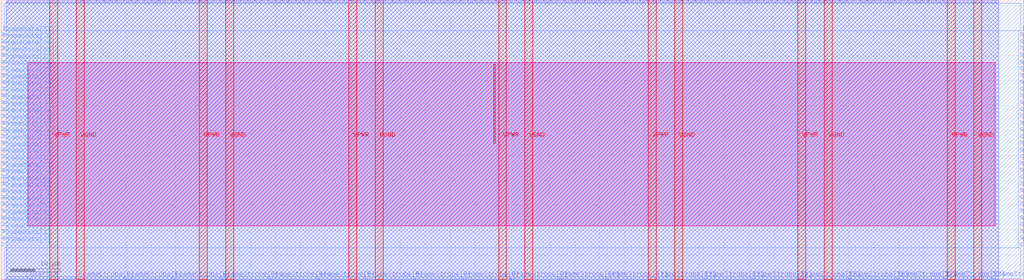
<source format=lef>
VERSION 5.7 ;
  NOWIREEXTENSIONATPIN ON ;
  DIVIDERCHAR "/" ;
  BUSBITCHARS "[]" ;
MACRO S_term_single
  CLASS BLOCK ;
  FOREIGN S_term_single ;
  ORIGIN 0.000 0.000 ;
  SIZE 205.000 BY 56.250 ;
  PIN Co
    DIRECTION OUTPUT ;
    USE SIGNAL ;
    PORT
      LAYER met2 ;
        RECT 87.950 55.970 88.230 56.250 ;
    END
  END Co
  PIN FrameData[0]
    DIRECTION INPUT ;
    USE SIGNAL ;
    ANTENNAGATEAREA 0.631200 ;
    ANTENNADIFFAREA 0.434700 ;
    PORT
      LAYER met3 ;
        RECT 0.000 6.840 0.600 7.440 ;
    END
  END FrameData[0]
  PIN FrameData[10]
    DIRECTION INPUT ;
    USE SIGNAL ;
    ANTENNAGATEAREA 0.631200 ;
    ANTENNADIFFAREA 0.434700 ;
    PORT
      LAYER met3 ;
        RECT 0.000 20.440 0.600 21.040 ;
    END
  END FrameData[10]
  PIN FrameData[11]
    DIRECTION INPUT ;
    USE SIGNAL ;
    ANTENNAGATEAREA 0.631200 ;
    ANTENNADIFFAREA 0.434700 ;
    PORT
      LAYER met3 ;
        RECT 0.000 21.800 0.600 22.400 ;
    END
  END FrameData[11]
  PIN FrameData[12]
    DIRECTION INPUT ;
    USE SIGNAL ;
    ANTENNAGATEAREA 0.196500 ;
    PORT
      LAYER met3 ;
        RECT 0.000 23.160 0.600 23.760 ;
    END
  END FrameData[12]
  PIN FrameData[13]
    DIRECTION INPUT ;
    USE SIGNAL ;
    ANTENNAGATEAREA 0.213000 ;
    PORT
      LAYER met3 ;
        RECT 0.000 24.520 0.600 25.120 ;
    END
  END FrameData[13]
  PIN FrameData[14]
    DIRECTION INPUT ;
    USE SIGNAL ;
    ANTENNAGATEAREA 0.213000 ;
    PORT
      LAYER met3 ;
        RECT 0.000 25.880 0.600 26.480 ;
    END
  END FrameData[14]
  PIN FrameData[15]
    DIRECTION INPUT ;
    USE SIGNAL ;
    ANTENNAGATEAREA 0.631200 ;
    ANTENNADIFFAREA 0.434700 ;
    PORT
      LAYER met3 ;
        RECT 0.000 27.240 0.600 27.840 ;
    END
  END FrameData[15]
  PIN FrameData[16]
    DIRECTION INPUT ;
    USE SIGNAL ;
    ANTENNAGATEAREA 0.196500 ;
    PORT
      LAYER met3 ;
        RECT 0.000 28.600 0.600 29.200 ;
    END
  END FrameData[16]
  PIN FrameData[17]
    DIRECTION INPUT ;
    USE SIGNAL ;
    ANTENNAGATEAREA 0.647700 ;
    ANTENNADIFFAREA 0.434700 ;
    PORT
      LAYER met3 ;
        RECT 0.000 29.960 0.600 30.560 ;
    END
  END FrameData[17]
  PIN FrameData[18]
    DIRECTION INPUT ;
    USE SIGNAL ;
    ANTENNAGATEAREA 0.631200 ;
    ANTENNADIFFAREA 0.434700 ;
    PORT
      LAYER met3 ;
        RECT 0.000 31.320 0.600 31.920 ;
    END
  END FrameData[18]
  PIN FrameData[19]
    DIRECTION INPUT ;
    USE SIGNAL ;
    ANTENNAGATEAREA 0.631200 ;
    ANTENNADIFFAREA 0.434700 ;
    PORT
      LAYER met3 ;
        RECT 0.000 32.680 0.600 33.280 ;
    END
  END FrameData[19]
  PIN FrameData[1]
    DIRECTION INPUT ;
    USE SIGNAL ;
    ANTENNAGATEAREA 0.631200 ;
    ANTENNADIFFAREA 0.434700 ;
    PORT
      LAYER met3 ;
        RECT 0.000 8.200 0.600 8.800 ;
    END
  END FrameData[1]
  PIN FrameData[20]
    DIRECTION INPUT ;
    USE SIGNAL ;
    ANTENNAGATEAREA 0.631200 ;
    ANTENNADIFFAREA 0.434700 ;
    PORT
      LAYER met3 ;
        RECT 0.000 34.040 0.600 34.640 ;
    END
  END FrameData[20]
  PIN FrameData[21]
    DIRECTION INPUT ;
    USE SIGNAL ;
    ANTENNAGATEAREA 0.196500 ;
    PORT
      LAYER met3 ;
        RECT 0.000 35.400 0.600 36.000 ;
    END
  END FrameData[21]
  PIN FrameData[22]
    DIRECTION INPUT ;
    USE SIGNAL ;
    ANTENNAGATEAREA 0.631200 ;
    ANTENNADIFFAREA 0.434700 ;
    PORT
      LAYER met3 ;
        RECT 0.000 36.760 0.600 37.360 ;
    END
  END FrameData[22]
  PIN FrameData[23]
    DIRECTION INPUT ;
    USE SIGNAL ;
    ANTENNAGATEAREA 0.196500 ;
    PORT
      LAYER met3 ;
        RECT 0.000 38.120 0.600 38.720 ;
    END
  END FrameData[23]
  PIN FrameData[24]
    DIRECTION INPUT ;
    USE SIGNAL ;
    ANTENNAGATEAREA 0.196500 ;
    PORT
      LAYER met3 ;
        RECT 0.000 39.480 0.600 40.080 ;
    END
  END FrameData[24]
  PIN FrameData[25]
    DIRECTION INPUT ;
    USE SIGNAL ;
    ANTENNAGATEAREA 0.196500 ;
    PORT
      LAYER met3 ;
        RECT 0.000 40.840 0.600 41.440 ;
    END
  END FrameData[25]
  PIN FrameData[26]
    DIRECTION INPUT ;
    USE SIGNAL ;
    ANTENNAGATEAREA 0.631200 ;
    ANTENNADIFFAREA 0.434700 ;
    PORT
      LAYER met3 ;
        RECT 0.000 42.200 0.600 42.800 ;
    END
  END FrameData[26]
  PIN FrameData[27]
    DIRECTION INPUT ;
    USE SIGNAL ;
    ANTENNAGATEAREA 0.631200 ;
    ANTENNADIFFAREA 0.434700 ;
    PORT
      LAYER met3 ;
        RECT 0.000 43.560 0.600 44.160 ;
    END
  END FrameData[27]
  PIN FrameData[28]
    DIRECTION INPUT ;
    USE SIGNAL ;
    ANTENNAGATEAREA 0.631200 ;
    ANTENNADIFFAREA 0.434700 ;
    PORT
      LAYER met3 ;
        RECT 0.000 44.920 0.600 45.520 ;
    END
  END FrameData[28]
  PIN FrameData[29]
    DIRECTION INPUT ;
    USE SIGNAL ;
    ANTENNAGATEAREA 0.631200 ;
    ANTENNADIFFAREA 0.434700 ;
    PORT
      LAYER met3 ;
        RECT 0.000 46.280 0.600 46.880 ;
    END
  END FrameData[29]
  PIN FrameData[2]
    DIRECTION INPUT ;
    USE SIGNAL ;
    ANTENNAGATEAREA 0.631200 ;
    ANTENNADIFFAREA 0.434700 ;
    PORT
      LAYER met3 ;
        RECT 0.000 9.560 0.600 10.160 ;
    END
  END FrameData[2]
  PIN FrameData[30]
    DIRECTION INPUT ;
    USE SIGNAL ;
    ANTENNAGATEAREA 0.631200 ;
    ANTENNADIFFAREA 0.434700 ;
    PORT
      LAYER met3 ;
        RECT 0.000 47.640 0.600 48.240 ;
    END
  END FrameData[30]
  PIN FrameData[31]
    DIRECTION INPUT ;
    USE SIGNAL ;
    ANTENNAGATEAREA 0.631200 ;
    ANTENNADIFFAREA 0.434700 ;
    PORT
      LAYER met3 ;
        RECT 0.000 49.000 0.600 49.600 ;
    END
  END FrameData[31]
  PIN FrameData[3]
    DIRECTION INPUT ;
    USE SIGNAL ;
    ANTENNAGATEAREA 0.213000 ;
    PORT
      LAYER met3 ;
        RECT 0.000 10.920 0.600 11.520 ;
    END
  END FrameData[3]
  PIN FrameData[4]
    DIRECTION INPUT ;
    USE SIGNAL ;
    ANTENNAGATEAREA 0.631200 ;
    ANTENNADIFFAREA 0.434700 ;
    PORT
      LAYER met3 ;
        RECT 0.000 12.280 0.600 12.880 ;
    END
  END FrameData[4]
  PIN FrameData[5]
    DIRECTION INPUT ;
    USE SIGNAL ;
    ANTENNAGATEAREA 0.631200 ;
    ANTENNADIFFAREA 0.434700 ;
    PORT
      LAYER met3 ;
        RECT 0.000 13.640 0.600 14.240 ;
    END
  END FrameData[5]
  PIN FrameData[6]
    DIRECTION INPUT ;
    USE SIGNAL ;
    ANTENNAGATEAREA 0.631200 ;
    ANTENNADIFFAREA 0.434700 ;
    PORT
      LAYER met3 ;
        RECT 0.000 15.000 0.600 15.600 ;
    END
  END FrameData[6]
  PIN FrameData[7]
    DIRECTION INPUT ;
    USE SIGNAL ;
    ANTENNAGATEAREA 0.631200 ;
    ANTENNADIFFAREA 0.434700 ;
    PORT
      LAYER met3 ;
        RECT 0.000 16.360 0.600 16.960 ;
    END
  END FrameData[7]
  PIN FrameData[8]
    DIRECTION INPUT ;
    USE SIGNAL ;
    ANTENNAGATEAREA 0.213000 ;
    PORT
      LAYER met3 ;
        RECT 0.000 17.720 0.600 18.320 ;
    END
  END FrameData[8]
  PIN FrameData[9]
    DIRECTION INPUT ;
    USE SIGNAL ;
    ANTENNAGATEAREA 0.631200 ;
    ANTENNADIFFAREA 0.434700 ;
    PORT
      LAYER met3 ;
        RECT 0.000 19.080 0.600 19.680 ;
    END
  END FrameData[9]
  PIN FrameData_O[0]
    DIRECTION OUTPUT ;
    USE SIGNAL ;
    ANTENNADIFFAREA 0.445500 ;
    PORT
      LAYER met3 ;
        RECT 204.400 6.840 205.000 7.440 ;
    END
  END FrameData_O[0]
  PIN FrameData_O[10]
    DIRECTION OUTPUT ;
    USE SIGNAL ;
    ANTENNADIFFAREA 0.445500 ;
    PORT
      LAYER met3 ;
        RECT 204.400 20.440 205.000 21.040 ;
    END
  END FrameData_O[10]
  PIN FrameData_O[11]
    DIRECTION OUTPUT ;
    USE SIGNAL ;
    ANTENNADIFFAREA 0.445500 ;
    PORT
      LAYER met3 ;
        RECT 204.400 21.800 205.000 22.400 ;
    END
  END FrameData_O[11]
  PIN FrameData_O[12]
    DIRECTION OUTPUT ;
    USE SIGNAL ;
    ANTENNADIFFAREA 0.445500 ;
    PORT
      LAYER met3 ;
        RECT 204.400 23.160 205.000 23.760 ;
    END
  END FrameData_O[12]
  PIN FrameData_O[13]
    DIRECTION OUTPUT ;
    USE SIGNAL ;
    ANTENNADIFFAREA 0.445500 ;
    PORT
      LAYER met3 ;
        RECT 204.400 24.520 205.000 25.120 ;
    END
  END FrameData_O[13]
  PIN FrameData_O[14]
    DIRECTION OUTPUT ;
    USE SIGNAL ;
    ANTENNADIFFAREA 0.445500 ;
    PORT
      LAYER met3 ;
        RECT 204.400 25.880 205.000 26.480 ;
    END
  END FrameData_O[14]
  PIN FrameData_O[15]
    DIRECTION OUTPUT ;
    USE SIGNAL ;
    ANTENNADIFFAREA 0.445500 ;
    PORT
      LAYER met3 ;
        RECT 204.400 27.240 205.000 27.840 ;
    END
  END FrameData_O[15]
  PIN FrameData_O[16]
    DIRECTION OUTPUT ;
    USE SIGNAL ;
    ANTENNADIFFAREA 0.445500 ;
    PORT
      LAYER met3 ;
        RECT 204.400 28.600 205.000 29.200 ;
    END
  END FrameData_O[16]
  PIN FrameData_O[17]
    DIRECTION OUTPUT ;
    USE SIGNAL ;
    ANTENNADIFFAREA 0.445500 ;
    PORT
      LAYER met3 ;
        RECT 204.400 29.960 205.000 30.560 ;
    END
  END FrameData_O[17]
  PIN FrameData_O[18]
    DIRECTION OUTPUT ;
    USE SIGNAL ;
    ANTENNADIFFAREA 0.445500 ;
    PORT
      LAYER met3 ;
        RECT 204.400 31.320 205.000 31.920 ;
    END
  END FrameData_O[18]
  PIN FrameData_O[19]
    DIRECTION OUTPUT ;
    USE SIGNAL ;
    ANTENNADIFFAREA 0.445500 ;
    PORT
      LAYER met3 ;
        RECT 204.400 32.680 205.000 33.280 ;
    END
  END FrameData_O[19]
  PIN FrameData_O[1]
    DIRECTION OUTPUT ;
    USE SIGNAL ;
    ANTENNADIFFAREA 0.445500 ;
    PORT
      LAYER met3 ;
        RECT 204.400 8.200 205.000 8.800 ;
    END
  END FrameData_O[1]
  PIN FrameData_O[20]
    DIRECTION OUTPUT ;
    USE SIGNAL ;
    ANTENNADIFFAREA 0.445500 ;
    PORT
      LAYER met3 ;
        RECT 204.400 34.040 205.000 34.640 ;
    END
  END FrameData_O[20]
  PIN FrameData_O[21]
    DIRECTION OUTPUT ;
    USE SIGNAL ;
    ANTENNADIFFAREA 0.445500 ;
    PORT
      LAYER met3 ;
        RECT 204.400 35.400 205.000 36.000 ;
    END
  END FrameData_O[21]
  PIN FrameData_O[22]
    DIRECTION OUTPUT ;
    USE SIGNAL ;
    ANTENNADIFFAREA 0.445500 ;
    PORT
      LAYER met3 ;
        RECT 204.400 36.760 205.000 37.360 ;
    END
  END FrameData_O[22]
  PIN FrameData_O[23]
    DIRECTION OUTPUT ;
    USE SIGNAL ;
    ANTENNADIFFAREA 0.445500 ;
    PORT
      LAYER met3 ;
        RECT 204.400 38.120 205.000 38.720 ;
    END
  END FrameData_O[23]
  PIN FrameData_O[24]
    DIRECTION OUTPUT ;
    USE SIGNAL ;
    ANTENNADIFFAREA 0.445500 ;
    PORT
      LAYER met3 ;
        RECT 204.400 39.480 205.000 40.080 ;
    END
  END FrameData_O[24]
  PIN FrameData_O[25]
    DIRECTION OUTPUT ;
    USE SIGNAL ;
    ANTENNADIFFAREA 0.445500 ;
    PORT
      LAYER met3 ;
        RECT 204.400 40.840 205.000 41.440 ;
    END
  END FrameData_O[25]
  PIN FrameData_O[26]
    DIRECTION OUTPUT ;
    USE SIGNAL ;
    ANTENNADIFFAREA 0.445500 ;
    PORT
      LAYER met3 ;
        RECT 204.400 42.200 205.000 42.800 ;
    END
  END FrameData_O[26]
  PIN FrameData_O[27]
    DIRECTION OUTPUT ;
    USE SIGNAL ;
    ANTENNADIFFAREA 0.445500 ;
    PORT
      LAYER met3 ;
        RECT 204.400 43.560 205.000 44.160 ;
    END
  END FrameData_O[27]
  PIN FrameData_O[28]
    DIRECTION OUTPUT ;
    USE SIGNAL ;
    ANTENNADIFFAREA 0.445500 ;
    PORT
      LAYER met3 ;
        RECT 204.400 44.920 205.000 45.520 ;
    END
  END FrameData_O[28]
  PIN FrameData_O[29]
    DIRECTION OUTPUT ;
    USE SIGNAL ;
    ANTENNADIFFAREA 0.445500 ;
    PORT
      LAYER met3 ;
        RECT 204.400 46.280 205.000 46.880 ;
    END
  END FrameData_O[29]
  PIN FrameData_O[2]
    DIRECTION OUTPUT ;
    USE SIGNAL ;
    ANTENNADIFFAREA 0.445500 ;
    PORT
      LAYER met3 ;
        RECT 204.400 9.560 205.000 10.160 ;
    END
  END FrameData_O[2]
  PIN FrameData_O[30]
    DIRECTION OUTPUT ;
    USE SIGNAL ;
    ANTENNADIFFAREA 0.445500 ;
    PORT
      LAYER met3 ;
        RECT 204.400 47.640 205.000 48.240 ;
    END
  END FrameData_O[30]
  PIN FrameData_O[31]
    DIRECTION OUTPUT ;
    USE SIGNAL ;
    ANTENNADIFFAREA 0.445500 ;
    PORT
      LAYER met3 ;
        RECT 204.400 49.000 205.000 49.600 ;
    END
  END FrameData_O[31]
  PIN FrameData_O[3]
    DIRECTION OUTPUT ;
    USE SIGNAL ;
    ANTENNADIFFAREA 0.445500 ;
    PORT
      LAYER met3 ;
        RECT 204.400 10.920 205.000 11.520 ;
    END
  END FrameData_O[3]
  PIN FrameData_O[4]
    DIRECTION OUTPUT ;
    USE SIGNAL ;
    ANTENNADIFFAREA 0.445500 ;
    PORT
      LAYER met3 ;
        RECT 204.400 12.280 205.000 12.880 ;
    END
  END FrameData_O[4]
  PIN FrameData_O[5]
    DIRECTION OUTPUT ;
    USE SIGNAL ;
    ANTENNADIFFAREA 0.445500 ;
    PORT
      LAYER met3 ;
        RECT 204.400 13.640 205.000 14.240 ;
    END
  END FrameData_O[5]
  PIN FrameData_O[6]
    DIRECTION OUTPUT ;
    USE SIGNAL ;
    ANTENNADIFFAREA 0.445500 ;
    PORT
      LAYER met3 ;
        RECT 204.400 15.000 205.000 15.600 ;
    END
  END FrameData_O[6]
  PIN FrameData_O[7]
    DIRECTION OUTPUT ;
    USE SIGNAL ;
    ANTENNADIFFAREA 0.445500 ;
    PORT
      LAYER met3 ;
        RECT 204.400 16.360 205.000 16.960 ;
    END
  END FrameData_O[7]
  PIN FrameData_O[8]
    DIRECTION OUTPUT ;
    USE SIGNAL ;
    ANTENNADIFFAREA 0.445500 ;
    PORT
      LAYER met3 ;
        RECT 204.400 17.720 205.000 18.320 ;
    END
  END FrameData_O[8]
  PIN FrameData_O[9]
    DIRECTION OUTPUT ;
    USE SIGNAL ;
    ANTENNADIFFAREA 0.445500 ;
    PORT
      LAYER met3 ;
        RECT 204.400 19.080 205.000 19.680 ;
    END
  END FrameData_O[9]
  PIN FrameStrobe[0]
    DIRECTION INPUT ;
    USE SIGNAL ;
    ANTENNAGATEAREA 0.196500 ;
    PORT
      LAYER met2 ;
        RECT 15.270 0.000 15.550 0.280 ;
    END
  END FrameStrobe[0]
  PIN FrameStrobe[10]
    DIRECTION INPUT ;
    USE SIGNAL ;
    ANTENNAGATEAREA 0.196500 ;
    PORT
      LAYER met2 ;
        RECT 111.870 0.000 112.150 0.280 ;
    END
  END FrameStrobe[10]
  PIN FrameStrobe[11]
    DIRECTION INPUT ;
    USE SIGNAL ;
    ANTENNAGATEAREA 0.196500 ;
    PORT
      LAYER met2 ;
        RECT 121.530 0.000 121.810 0.280 ;
    END
  END FrameStrobe[11]
  PIN FrameStrobe[12]
    DIRECTION INPUT ;
    USE SIGNAL ;
    ANTENNAGATEAREA 0.196500 ;
    PORT
      LAYER met2 ;
        RECT 131.190 0.000 131.470 0.280 ;
    END
  END FrameStrobe[12]
  PIN FrameStrobe[13]
    DIRECTION INPUT ;
    USE SIGNAL ;
    ANTENNAGATEAREA 0.196500 ;
    PORT
      LAYER met2 ;
        RECT 140.850 0.000 141.130 0.280 ;
    END
  END FrameStrobe[13]
  PIN FrameStrobe[14]
    DIRECTION INPUT ;
    USE SIGNAL ;
    ANTENNAGATEAREA 0.196500 ;
    PORT
      LAYER met2 ;
        RECT 150.510 0.000 150.790 0.280 ;
    END
  END FrameStrobe[14]
  PIN FrameStrobe[15]
    DIRECTION INPUT ;
    USE SIGNAL ;
    ANTENNAGATEAREA 0.196500 ;
    PORT
      LAYER met2 ;
        RECT 160.170 0.000 160.450 0.280 ;
    END
  END FrameStrobe[15]
  PIN FrameStrobe[16]
    DIRECTION INPUT ;
    USE SIGNAL ;
    ANTENNAGATEAREA 0.196500 ;
    PORT
      LAYER met2 ;
        RECT 169.830 0.000 170.110 0.280 ;
    END
  END FrameStrobe[16]
  PIN FrameStrobe[17]
    DIRECTION INPUT ;
    USE SIGNAL ;
    ANTENNAGATEAREA 0.196500 ;
    PORT
      LAYER met2 ;
        RECT 179.490 0.000 179.770 0.280 ;
    END
  END FrameStrobe[17]
  PIN FrameStrobe[18]
    DIRECTION INPUT ;
    USE SIGNAL ;
    ANTENNAGATEAREA 0.196500 ;
    PORT
      LAYER met2 ;
        RECT 189.150 0.000 189.430 0.280 ;
    END
  END FrameStrobe[18]
  PIN FrameStrobe[19]
    DIRECTION INPUT ;
    USE SIGNAL ;
    ANTENNAGATEAREA 0.196500 ;
    PORT
      LAYER met2 ;
        RECT 198.810 0.000 199.090 0.280 ;
    END
  END FrameStrobe[19]
  PIN FrameStrobe[1]
    DIRECTION INPUT ;
    USE SIGNAL ;
    ANTENNAGATEAREA 0.196500 ;
    PORT
      LAYER met2 ;
        RECT 24.930 0.000 25.210 0.280 ;
    END
  END FrameStrobe[1]
  PIN FrameStrobe[2]
    DIRECTION INPUT ;
    USE SIGNAL ;
    ANTENNAGATEAREA 0.213000 ;
    PORT
      LAYER met2 ;
        RECT 34.590 0.000 34.870 0.280 ;
    END
  END FrameStrobe[2]
  PIN FrameStrobe[3]
    DIRECTION INPUT ;
    USE SIGNAL ;
    ANTENNAGATEAREA 0.631200 ;
    ANTENNADIFFAREA 0.434700 ;
    PORT
      LAYER met2 ;
        RECT 44.250 0.000 44.530 0.280 ;
    END
  END FrameStrobe[3]
  PIN FrameStrobe[4]
    DIRECTION INPUT ;
    USE SIGNAL ;
    ANTENNAGATEAREA 0.196500 ;
    PORT
      LAYER met2 ;
        RECT 53.910 0.000 54.190 0.280 ;
    END
  END FrameStrobe[4]
  PIN FrameStrobe[5]
    DIRECTION INPUT ;
    USE SIGNAL ;
    ANTENNAGATEAREA 0.631200 ;
    ANTENNADIFFAREA 0.434700 ;
    PORT
      LAYER met2 ;
        RECT 63.570 0.000 63.850 0.280 ;
    END
  END FrameStrobe[5]
  PIN FrameStrobe[6]
    DIRECTION INPUT ;
    USE SIGNAL ;
    ANTENNAGATEAREA 0.631200 ;
    ANTENNADIFFAREA 0.434700 ;
    PORT
      LAYER met2 ;
        RECT 73.230 0.000 73.510 0.280 ;
    END
  END FrameStrobe[6]
  PIN FrameStrobe[7]
    DIRECTION INPUT ;
    USE SIGNAL ;
    ANTENNAGATEAREA 0.196500 ;
    PORT
      LAYER met2 ;
        RECT 82.890 0.000 83.170 0.280 ;
    END
  END FrameStrobe[7]
  PIN FrameStrobe[8]
    DIRECTION INPUT ;
    USE SIGNAL ;
    ANTENNAGATEAREA 0.196500 ;
    PORT
      LAYER met2 ;
        RECT 92.550 0.000 92.830 0.280 ;
    END
  END FrameStrobe[8]
  PIN FrameStrobe[9]
    DIRECTION INPUT ;
    USE SIGNAL ;
    ANTENNAGATEAREA 0.196500 ;
    PORT
      LAYER met2 ;
        RECT 102.210 0.000 102.490 0.280 ;
    END
  END FrameStrobe[9]
  PIN FrameStrobe_O[0]
    DIRECTION OUTPUT ;
    USE SIGNAL ;
    ANTENNADIFFAREA 0.445500 ;
    PORT
      LAYER met2 ;
        RECT 162.470 55.970 162.750 56.250 ;
    END
  END FrameStrobe_O[0]
  PIN FrameStrobe_O[10]
    DIRECTION OUTPUT ;
    USE SIGNAL ;
    ANTENNADIFFAREA 0.445500 ;
    PORT
      LAYER met2 ;
        RECT 176.270 55.970 176.550 56.250 ;
    END
  END FrameStrobe_O[10]
  PIN FrameStrobe_O[11]
    DIRECTION OUTPUT ;
    USE SIGNAL ;
    ANTENNADIFFAREA 0.445500 ;
    PORT
      LAYER met2 ;
        RECT 177.650 55.970 177.930 56.250 ;
    END
  END FrameStrobe_O[11]
  PIN FrameStrobe_O[12]
    DIRECTION OUTPUT ;
    USE SIGNAL ;
    ANTENNADIFFAREA 0.445500 ;
    PORT
      LAYER met2 ;
        RECT 179.030 55.970 179.310 56.250 ;
    END
  END FrameStrobe_O[12]
  PIN FrameStrobe_O[13]
    DIRECTION OUTPUT ;
    USE SIGNAL ;
    ANTENNADIFFAREA 0.445500 ;
    PORT
      LAYER met2 ;
        RECT 180.410 55.970 180.690 56.250 ;
    END
  END FrameStrobe_O[13]
  PIN FrameStrobe_O[14]
    DIRECTION OUTPUT ;
    USE SIGNAL ;
    ANTENNADIFFAREA 0.445500 ;
    PORT
      LAYER met2 ;
        RECT 181.790 55.970 182.070 56.250 ;
    END
  END FrameStrobe_O[14]
  PIN FrameStrobe_O[15]
    DIRECTION OUTPUT ;
    USE SIGNAL ;
    ANTENNADIFFAREA 0.445500 ;
    PORT
      LAYER met2 ;
        RECT 183.170 55.970 183.450 56.250 ;
    END
  END FrameStrobe_O[15]
  PIN FrameStrobe_O[16]
    DIRECTION OUTPUT ;
    USE SIGNAL ;
    ANTENNADIFFAREA 0.445500 ;
    PORT
      LAYER met2 ;
        RECT 184.550 55.970 184.830 56.250 ;
    END
  END FrameStrobe_O[16]
  PIN FrameStrobe_O[17]
    DIRECTION OUTPUT ;
    USE SIGNAL ;
    ANTENNADIFFAREA 0.445500 ;
    PORT
      LAYER met2 ;
        RECT 185.930 55.970 186.210 56.250 ;
    END
  END FrameStrobe_O[17]
  PIN FrameStrobe_O[18]
    DIRECTION OUTPUT ;
    USE SIGNAL ;
    ANTENNADIFFAREA 0.445500 ;
    PORT
      LAYER met2 ;
        RECT 187.310 55.970 187.590 56.250 ;
    END
  END FrameStrobe_O[18]
  PIN FrameStrobe_O[19]
    DIRECTION OUTPUT ;
    USE SIGNAL ;
    ANTENNADIFFAREA 0.445500 ;
    PORT
      LAYER met2 ;
        RECT 188.690 55.970 188.970 56.250 ;
    END
  END FrameStrobe_O[19]
  PIN FrameStrobe_O[1]
    DIRECTION OUTPUT ;
    USE SIGNAL ;
    ANTENNADIFFAREA 0.445500 ;
    PORT
      LAYER met2 ;
        RECT 163.850 55.970 164.130 56.250 ;
    END
  END FrameStrobe_O[1]
  PIN FrameStrobe_O[2]
    DIRECTION OUTPUT ;
    USE SIGNAL ;
    ANTENNADIFFAREA 0.445500 ;
    PORT
      LAYER met2 ;
        RECT 165.230 55.970 165.510 56.250 ;
    END
  END FrameStrobe_O[2]
  PIN FrameStrobe_O[3]
    DIRECTION OUTPUT ;
    USE SIGNAL ;
    ANTENNADIFFAREA 0.445500 ;
    PORT
      LAYER met2 ;
        RECT 166.610 55.970 166.890 56.250 ;
    END
  END FrameStrobe_O[3]
  PIN FrameStrobe_O[4]
    DIRECTION OUTPUT ;
    USE SIGNAL ;
    ANTENNADIFFAREA 0.445500 ;
    PORT
      LAYER met2 ;
        RECT 167.990 55.970 168.270 56.250 ;
    END
  END FrameStrobe_O[4]
  PIN FrameStrobe_O[5]
    DIRECTION OUTPUT ;
    USE SIGNAL ;
    ANTENNADIFFAREA 0.445500 ;
    PORT
      LAYER met2 ;
        RECT 169.370 55.970 169.650 56.250 ;
    END
  END FrameStrobe_O[5]
  PIN FrameStrobe_O[6]
    DIRECTION OUTPUT ;
    USE SIGNAL ;
    ANTENNADIFFAREA 0.445500 ;
    PORT
      LAYER met2 ;
        RECT 170.750 55.970 171.030 56.250 ;
    END
  END FrameStrobe_O[6]
  PIN FrameStrobe_O[7]
    DIRECTION OUTPUT ;
    USE SIGNAL ;
    ANTENNADIFFAREA 0.445500 ;
    PORT
      LAYER met2 ;
        RECT 172.130 55.970 172.410 56.250 ;
    END
  END FrameStrobe_O[7]
  PIN FrameStrobe_O[8]
    DIRECTION OUTPUT ;
    USE SIGNAL ;
    ANTENNADIFFAREA 0.445500 ;
    PORT
      LAYER met2 ;
        RECT 173.510 55.970 173.790 56.250 ;
    END
  END FrameStrobe_O[8]
  PIN FrameStrobe_O[9]
    DIRECTION OUTPUT ;
    USE SIGNAL ;
    ANTENNADIFFAREA 0.445500 ;
    PORT
      LAYER met2 ;
        RECT 174.890 55.970 175.170 56.250 ;
    END
  END FrameStrobe_O[9]
  PIN N1BEG[0]
    DIRECTION OUTPUT ;
    USE SIGNAL ;
    ANTENNADIFFAREA 0.445500 ;
    PORT
      LAYER met2 ;
        RECT 16.190 55.970 16.470 56.250 ;
    END
  END N1BEG[0]
  PIN N1BEG[1]
    DIRECTION OUTPUT ;
    USE SIGNAL ;
    ANTENNADIFFAREA 0.445500 ;
    PORT
      LAYER met2 ;
        RECT 17.570 55.970 17.850 56.250 ;
    END
  END N1BEG[1]
  PIN N1BEG[2]
    DIRECTION OUTPUT ;
    USE SIGNAL ;
    ANTENNADIFFAREA 0.445500 ;
    PORT
      LAYER met2 ;
        RECT 18.950 55.970 19.230 56.250 ;
    END
  END N1BEG[2]
  PIN N1BEG[3]
    DIRECTION OUTPUT ;
    USE SIGNAL ;
    ANTENNADIFFAREA 0.445500 ;
    PORT
      LAYER met2 ;
        RECT 20.330 55.970 20.610 56.250 ;
    END
  END N1BEG[3]
  PIN N2BEG[0]
    DIRECTION OUTPUT ;
    USE SIGNAL ;
    ANTENNADIFFAREA 0.445500 ;
    PORT
      LAYER met2 ;
        RECT 21.710 55.970 21.990 56.250 ;
    END
  END N2BEG[0]
  PIN N2BEG[1]
    DIRECTION OUTPUT ;
    USE SIGNAL ;
    ANTENNADIFFAREA 0.445500 ;
    PORT
      LAYER met2 ;
        RECT 23.090 55.970 23.370 56.250 ;
    END
  END N2BEG[1]
  PIN N2BEG[2]
    DIRECTION OUTPUT ;
    USE SIGNAL ;
    ANTENNADIFFAREA 0.445500 ;
    PORT
      LAYER met2 ;
        RECT 24.470 55.970 24.750 56.250 ;
    END
  END N2BEG[2]
  PIN N2BEG[3]
    DIRECTION OUTPUT ;
    USE SIGNAL ;
    ANTENNADIFFAREA 0.445500 ;
    PORT
      LAYER met2 ;
        RECT 25.850 55.970 26.130 56.250 ;
    END
  END N2BEG[3]
  PIN N2BEG[4]
    DIRECTION OUTPUT ;
    USE SIGNAL ;
    ANTENNADIFFAREA 0.445500 ;
    PORT
      LAYER met2 ;
        RECT 27.230 55.970 27.510 56.250 ;
    END
  END N2BEG[4]
  PIN N2BEG[5]
    DIRECTION OUTPUT ;
    USE SIGNAL ;
    ANTENNADIFFAREA 0.445500 ;
    PORT
      LAYER met2 ;
        RECT 28.610 55.970 28.890 56.250 ;
    END
  END N2BEG[5]
  PIN N2BEG[6]
    DIRECTION OUTPUT ;
    USE SIGNAL ;
    ANTENNADIFFAREA 0.445500 ;
    PORT
      LAYER met2 ;
        RECT 29.990 55.970 30.270 56.250 ;
    END
  END N2BEG[6]
  PIN N2BEG[7]
    DIRECTION OUTPUT ;
    USE SIGNAL ;
    ANTENNADIFFAREA 0.445500 ;
    PORT
      LAYER met2 ;
        RECT 31.370 55.970 31.650 56.250 ;
    END
  END N2BEG[7]
  PIN N2BEGb[0]
    DIRECTION OUTPUT ;
    USE SIGNAL ;
    ANTENNADIFFAREA 0.445500 ;
    PORT
      LAYER met2 ;
        RECT 32.750 55.970 33.030 56.250 ;
    END
  END N2BEGb[0]
  PIN N2BEGb[1]
    DIRECTION OUTPUT ;
    USE SIGNAL ;
    ANTENNADIFFAREA 0.445500 ;
    PORT
      LAYER met2 ;
        RECT 34.130 55.970 34.410 56.250 ;
    END
  END N2BEGb[1]
  PIN N2BEGb[2]
    DIRECTION OUTPUT ;
    USE SIGNAL ;
    ANTENNADIFFAREA 0.445500 ;
    PORT
      LAYER met2 ;
        RECT 35.510 55.970 35.790 56.250 ;
    END
  END N2BEGb[2]
  PIN N2BEGb[3]
    DIRECTION OUTPUT ;
    USE SIGNAL ;
    ANTENNADIFFAREA 0.445500 ;
    PORT
      LAYER met2 ;
        RECT 36.890 55.970 37.170 56.250 ;
    END
  END N2BEGb[3]
  PIN N2BEGb[4]
    DIRECTION OUTPUT ;
    USE SIGNAL ;
    ANTENNADIFFAREA 0.445500 ;
    PORT
      LAYER met2 ;
        RECT 38.270 55.970 38.550 56.250 ;
    END
  END N2BEGb[4]
  PIN N2BEGb[5]
    DIRECTION OUTPUT ;
    USE SIGNAL ;
    ANTENNADIFFAREA 0.445500 ;
    PORT
      LAYER met2 ;
        RECT 39.650 55.970 39.930 56.250 ;
    END
  END N2BEGb[5]
  PIN N2BEGb[6]
    DIRECTION OUTPUT ;
    USE SIGNAL ;
    ANTENNADIFFAREA 0.445500 ;
    PORT
      LAYER met2 ;
        RECT 41.030 55.970 41.310 56.250 ;
    END
  END N2BEGb[6]
  PIN N2BEGb[7]
    DIRECTION OUTPUT ;
    USE SIGNAL ;
    ANTENNADIFFAREA 0.445500 ;
    PORT
      LAYER met2 ;
        RECT 42.410 55.970 42.690 56.250 ;
    END
  END N2BEGb[7]
  PIN N4BEG[0]
    DIRECTION OUTPUT ;
    USE SIGNAL ;
    ANTENNADIFFAREA 0.445500 ;
    PORT
      LAYER met2 ;
        RECT 43.790 55.970 44.070 56.250 ;
    END
  END N4BEG[0]
  PIN N4BEG[10]
    DIRECTION OUTPUT ;
    USE SIGNAL ;
    ANTENNADIFFAREA 0.445500 ;
    PORT
      LAYER met2 ;
        RECT 57.590 55.970 57.870 56.250 ;
    END
  END N4BEG[10]
  PIN N4BEG[11]
    DIRECTION OUTPUT ;
    USE SIGNAL ;
    ANTENNADIFFAREA 0.445500 ;
    PORT
      LAYER met2 ;
        RECT 58.970 55.970 59.250 56.250 ;
    END
  END N4BEG[11]
  PIN N4BEG[12]
    DIRECTION OUTPUT ;
    USE SIGNAL ;
    ANTENNADIFFAREA 0.445500 ;
    PORT
      LAYER met2 ;
        RECT 60.350 55.970 60.630 56.250 ;
    END
  END N4BEG[12]
  PIN N4BEG[13]
    DIRECTION OUTPUT ;
    USE SIGNAL ;
    ANTENNADIFFAREA 0.445500 ;
    PORT
      LAYER met2 ;
        RECT 61.730 55.970 62.010 56.250 ;
    END
  END N4BEG[13]
  PIN N4BEG[14]
    DIRECTION OUTPUT ;
    USE SIGNAL ;
    ANTENNADIFFAREA 0.445500 ;
    PORT
      LAYER met2 ;
        RECT 63.110 55.970 63.390 56.250 ;
    END
  END N4BEG[14]
  PIN N4BEG[15]
    DIRECTION OUTPUT ;
    USE SIGNAL ;
    ANTENNADIFFAREA 0.445500 ;
    PORT
      LAYER met2 ;
        RECT 64.490 55.970 64.770 56.250 ;
    END
  END N4BEG[15]
  PIN N4BEG[1]
    DIRECTION OUTPUT ;
    USE SIGNAL ;
    ANTENNADIFFAREA 0.445500 ;
    PORT
      LAYER met2 ;
        RECT 45.170 55.970 45.450 56.250 ;
    END
  END N4BEG[1]
  PIN N4BEG[2]
    DIRECTION OUTPUT ;
    USE SIGNAL ;
    ANTENNADIFFAREA 0.445500 ;
    PORT
      LAYER met2 ;
        RECT 46.550 55.970 46.830 56.250 ;
    END
  END N4BEG[2]
  PIN N4BEG[3]
    DIRECTION OUTPUT ;
    USE SIGNAL ;
    ANTENNADIFFAREA 0.445500 ;
    PORT
      LAYER met2 ;
        RECT 47.930 55.970 48.210 56.250 ;
    END
  END N4BEG[3]
  PIN N4BEG[4]
    DIRECTION OUTPUT ;
    USE SIGNAL ;
    ANTENNADIFFAREA 0.445500 ;
    PORT
      LAYER met2 ;
        RECT 49.310 55.970 49.590 56.250 ;
    END
  END N4BEG[4]
  PIN N4BEG[5]
    DIRECTION OUTPUT ;
    USE SIGNAL ;
    ANTENNADIFFAREA 0.445500 ;
    PORT
      LAYER met2 ;
        RECT 50.690 55.970 50.970 56.250 ;
    END
  END N4BEG[5]
  PIN N4BEG[6]
    DIRECTION OUTPUT ;
    USE SIGNAL ;
    ANTENNADIFFAREA 0.445500 ;
    PORT
      LAYER met2 ;
        RECT 52.070 55.970 52.350 56.250 ;
    END
  END N4BEG[6]
  PIN N4BEG[7]
    DIRECTION OUTPUT ;
    USE SIGNAL ;
    ANTENNADIFFAREA 0.445500 ;
    PORT
      LAYER met2 ;
        RECT 53.450 55.970 53.730 56.250 ;
    END
  END N4BEG[7]
  PIN N4BEG[8]
    DIRECTION OUTPUT ;
    USE SIGNAL ;
    ANTENNADIFFAREA 0.445500 ;
    PORT
      LAYER met2 ;
        RECT 54.830 55.970 55.110 56.250 ;
    END
  END N4BEG[8]
  PIN N4BEG[9]
    DIRECTION OUTPUT ;
    USE SIGNAL ;
    ANTENNADIFFAREA 0.445500 ;
    PORT
      LAYER met2 ;
        RECT 56.210 55.970 56.490 56.250 ;
    END
  END N4BEG[9]
  PIN NN4BEG[0]
    DIRECTION OUTPUT ;
    USE SIGNAL ;
    ANTENNADIFFAREA 0.445500 ;
    PORT
      LAYER met2 ;
        RECT 65.870 55.970 66.150 56.250 ;
    END
  END NN4BEG[0]
  PIN NN4BEG[10]
    DIRECTION OUTPUT ;
    USE SIGNAL ;
    ANTENNADIFFAREA 0.445500 ;
    PORT
      LAYER met2 ;
        RECT 79.670 55.970 79.950 56.250 ;
    END
  END NN4BEG[10]
  PIN NN4BEG[11]
    DIRECTION OUTPUT ;
    USE SIGNAL ;
    ANTENNADIFFAREA 0.445500 ;
    PORT
      LAYER met2 ;
        RECT 81.050 55.970 81.330 56.250 ;
    END
  END NN4BEG[11]
  PIN NN4BEG[12]
    DIRECTION OUTPUT ;
    USE SIGNAL ;
    ANTENNADIFFAREA 0.445500 ;
    PORT
      LAYER met2 ;
        RECT 82.430 55.970 82.710 56.250 ;
    END
  END NN4BEG[12]
  PIN NN4BEG[13]
    DIRECTION OUTPUT ;
    USE SIGNAL ;
    ANTENNADIFFAREA 0.445500 ;
    PORT
      LAYER met2 ;
        RECT 83.810 55.970 84.090 56.250 ;
    END
  END NN4BEG[13]
  PIN NN4BEG[14]
    DIRECTION OUTPUT ;
    USE SIGNAL ;
    ANTENNADIFFAREA 0.445500 ;
    PORT
      LAYER met2 ;
        RECT 85.190 55.970 85.470 56.250 ;
    END
  END NN4BEG[14]
  PIN NN4BEG[15]
    DIRECTION OUTPUT ;
    USE SIGNAL ;
    ANTENNADIFFAREA 0.445500 ;
    PORT
      LAYER met2 ;
        RECT 86.570 55.970 86.850 56.250 ;
    END
  END NN4BEG[15]
  PIN NN4BEG[1]
    DIRECTION OUTPUT ;
    USE SIGNAL ;
    ANTENNADIFFAREA 0.445500 ;
    PORT
      LAYER met2 ;
        RECT 67.250 55.970 67.530 56.250 ;
    END
  END NN4BEG[1]
  PIN NN4BEG[2]
    DIRECTION OUTPUT ;
    USE SIGNAL ;
    ANTENNADIFFAREA 0.445500 ;
    PORT
      LAYER met2 ;
        RECT 68.630 55.970 68.910 56.250 ;
    END
  END NN4BEG[2]
  PIN NN4BEG[3]
    DIRECTION OUTPUT ;
    USE SIGNAL ;
    ANTENNADIFFAREA 0.445500 ;
    PORT
      LAYER met2 ;
        RECT 70.010 55.970 70.290 56.250 ;
    END
  END NN4BEG[3]
  PIN NN4BEG[4]
    DIRECTION OUTPUT ;
    USE SIGNAL ;
    ANTENNADIFFAREA 0.445500 ;
    PORT
      LAYER met2 ;
        RECT 71.390 55.970 71.670 56.250 ;
    END
  END NN4BEG[4]
  PIN NN4BEG[5]
    DIRECTION OUTPUT ;
    USE SIGNAL ;
    ANTENNADIFFAREA 0.445500 ;
    PORT
      LAYER met2 ;
        RECT 72.770 55.970 73.050 56.250 ;
    END
  END NN4BEG[5]
  PIN NN4BEG[6]
    DIRECTION OUTPUT ;
    USE SIGNAL ;
    ANTENNADIFFAREA 0.445500 ;
    PORT
      LAYER met2 ;
        RECT 74.150 55.970 74.430 56.250 ;
    END
  END NN4BEG[6]
  PIN NN4BEG[7]
    DIRECTION OUTPUT ;
    USE SIGNAL ;
    ANTENNADIFFAREA 0.445500 ;
    PORT
      LAYER met2 ;
        RECT 75.530 55.970 75.810 56.250 ;
    END
  END NN4BEG[7]
  PIN NN4BEG[8]
    DIRECTION OUTPUT ;
    USE SIGNAL ;
    ANTENNADIFFAREA 0.445500 ;
    PORT
      LAYER met2 ;
        RECT 76.910 55.970 77.190 56.250 ;
    END
  END NN4BEG[8]
  PIN NN4BEG[9]
    DIRECTION OUTPUT ;
    USE SIGNAL ;
    ANTENNADIFFAREA 0.445500 ;
    PORT
      LAYER met2 ;
        RECT 78.290 55.970 78.570 56.250 ;
    END
  END NN4BEG[9]
  PIN S1END[0]
    DIRECTION INPUT ;
    USE SIGNAL ;
    ANTENNAGATEAREA 0.631200 ;
    ANTENNADIFFAREA 0.434700 ;
    PORT
      LAYER met2 ;
        RECT 89.330 55.970 89.610 56.250 ;
    END
  END S1END[0]
  PIN S1END[1]
    DIRECTION INPUT ;
    USE SIGNAL ;
    ANTENNAGATEAREA 0.631200 ;
    ANTENNADIFFAREA 0.434700 ;
    PORT
      LAYER met2 ;
        RECT 90.710 55.970 90.990 56.250 ;
    END
  END S1END[1]
  PIN S1END[2]
    DIRECTION INPUT ;
    USE SIGNAL ;
    ANTENNAGATEAREA 0.631200 ;
    ANTENNADIFFAREA 0.434700 ;
    PORT
      LAYER met2 ;
        RECT 92.090 55.970 92.370 56.250 ;
    END
  END S1END[2]
  PIN S1END[3]
    DIRECTION INPUT ;
    USE SIGNAL ;
    ANTENNAGATEAREA 0.196500 ;
    PORT
      LAYER met2 ;
        RECT 93.470 55.970 93.750 56.250 ;
    END
  END S1END[3]
  PIN S2END[0]
    DIRECTION INPUT ;
    USE SIGNAL ;
    ANTENNAGATEAREA 0.196500 ;
    PORT
      LAYER met2 ;
        RECT 105.890 55.970 106.170 56.250 ;
    END
  END S2END[0]
  PIN S2END[1]
    DIRECTION INPUT ;
    USE SIGNAL ;
    ANTENNAGATEAREA 0.196500 ;
    PORT
      LAYER met2 ;
        RECT 107.270 55.970 107.550 56.250 ;
    END
  END S2END[1]
  PIN S2END[2]
    DIRECTION INPUT ;
    USE SIGNAL ;
    ANTENNAGATEAREA 0.196500 ;
    PORT
      LAYER met2 ;
        RECT 108.650 55.970 108.930 56.250 ;
    END
  END S2END[2]
  PIN S2END[3]
    DIRECTION INPUT ;
    USE SIGNAL ;
    ANTENNAGATEAREA 0.631200 ;
    ANTENNADIFFAREA 0.434700 ;
    PORT
      LAYER met2 ;
        RECT 110.030 55.970 110.310 56.250 ;
    END
  END S2END[3]
  PIN S2END[4]
    DIRECTION INPUT ;
    USE SIGNAL ;
    ANTENNAGATEAREA 0.631200 ;
    ANTENNADIFFAREA 0.434700 ;
    PORT
      LAYER met2 ;
        RECT 111.410 55.970 111.690 56.250 ;
    END
  END S2END[4]
  PIN S2END[5]
    DIRECTION INPUT ;
    USE SIGNAL ;
    ANTENNAGATEAREA 0.196500 ;
    PORT
      LAYER met2 ;
        RECT 112.790 55.970 113.070 56.250 ;
    END
  END S2END[5]
  PIN S2END[6]
    DIRECTION INPUT ;
    USE SIGNAL ;
    ANTENNAGATEAREA 0.196500 ;
    PORT
      LAYER met2 ;
        RECT 114.170 55.970 114.450 56.250 ;
    END
  END S2END[6]
  PIN S2END[7]
    DIRECTION INPUT ;
    USE SIGNAL ;
    ANTENNAGATEAREA 0.196500 ;
    PORT
      LAYER met2 ;
        RECT 115.550 55.970 115.830 56.250 ;
    END
  END S2END[7]
  PIN S2MID[0]
    DIRECTION INPUT ;
    USE SIGNAL ;
    ANTENNAGATEAREA 0.196500 ;
    PORT
      LAYER met2 ;
        RECT 94.850 55.970 95.130 56.250 ;
    END
  END S2MID[0]
  PIN S2MID[1]
    DIRECTION INPUT ;
    USE SIGNAL ;
    ANTENNAGATEAREA 0.196500 ;
    PORT
      LAYER met2 ;
        RECT 96.230 55.970 96.510 56.250 ;
    END
  END S2MID[1]
  PIN S2MID[2]
    DIRECTION INPUT ;
    USE SIGNAL ;
    ANTENNAGATEAREA 0.196500 ;
    PORT
      LAYER met2 ;
        RECT 97.610 55.970 97.890 56.250 ;
    END
  END S2MID[2]
  PIN S2MID[3]
    DIRECTION INPUT ;
    USE SIGNAL ;
    ANTENNAGATEAREA 0.196500 ;
    PORT
      LAYER met2 ;
        RECT 98.990 55.970 99.270 56.250 ;
    END
  END S2MID[3]
  PIN S2MID[4]
    DIRECTION INPUT ;
    USE SIGNAL ;
    ANTENNAGATEAREA 0.196500 ;
    PORT
      LAYER met2 ;
        RECT 100.370 55.970 100.650 56.250 ;
    END
  END S2MID[4]
  PIN S2MID[5]
    DIRECTION INPUT ;
    USE SIGNAL ;
    ANTENNAGATEAREA 0.196500 ;
    PORT
      LAYER met2 ;
        RECT 101.750 55.970 102.030 56.250 ;
    END
  END S2MID[5]
  PIN S2MID[6]
    DIRECTION INPUT ;
    USE SIGNAL ;
    ANTENNAGATEAREA 0.196500 ;
    PORT
      LAYER met2 ;
        RECT 103.130 55.970 103.410 56.250 ;
    END
  END S2MID[6]
  PIN S2MID[7]
    DIRECTION INPUT ;
    USE SIGNAL ;
    ANTENNAGATEAREA 0.631200 ;
    ANTENNADIFFAREA 0.434700 ;
    PORT
      LAYER met2 ;
        RECT 104.510 55.970 104.790 56.250 ;
    END
  END S2MID[7]
  PIN S4END[0]
    DIRECTION INPUT ;
    USE SIGNAL ;
    ANTENNAGATEAREA 0.196500 ;
    PORT
      LAYER met2 ;
        RECT 116.930 55.970 117.210 56.250 ;
    END
  END S4END[0]
  PIN S4END[10]
    DIRECTION INPUT ;
    USE SIGNAL ;
    ANTENNAGATEAREA 0.196500 ;
    PORT
      LAYER met2 ;
        RECT 130.730 55.970 131.010 56.250 ;
    END
  END S4END[10]
  PIN S4END[11]
    DIRECTION INPUT ;
    USE SIGNAL ;
    ANTENNAGATEAREA 0.631200 ;
    ANTENNADIFFAREA 0.434700 ;
    PORT
      LAYER met2 ;
        RECT 132.110 55.970 132.390 56.250 ;
    END
  END S4END[11]
  PIN S4END[12]
    DIRECTION INPUT ;
    USE SIGNAL ;
    ANTENNAGATEAREA 0.196500 ;
    PORT
      LAYER met2 ;
        RECT 133.490 55.970 133.770 56.250 ;
    END
  END S4END[12]
  PIN S4END[13]
    DIRECTION INPUT ;
    USE SIGNAL ;
    ANTENNAGATEAREA 0.631200 ;
    ANTENNADIFFAREA 0.434700 ;
    PORT
      LAYER met2 ;
        RECT 134.870 55.970 135.150 56.250 ;
    END
  END S4END[13]
  PIN S4END[14]
    DIRECTION INPUT ;
    USE SIGNAL ;
    ANTENNAGATEAREA 0.196500 ;
    PORT
      LAYER met2 ;
        RECT 136.250 55.970 136.530 56.250 ;
    END
  END S4END[14]
  PIN S4END[15]
    DIRECTION INPUT ;
    USE SIGNAL ;
    ANTENNAGATEAREA 0.631200 ;
    ANTENNADIFFAREA 0.434700 ;
    PORT
      LAYER met2 ;
        RECT 137.630 55.970 137.910 56.250 ;
    END
  END S4END[15]
  PIN S4END[1]
    DIRECTION INPUT ;
    USE SIGNAL ;
    ANTENNAGATEAREA 0.196500 ;
    PORT
      LAYER met2 ;
        RECT 118.310 55.970 118.590 56.250 ;
    END
  END S4END[1]
  PIN S4END[2]
    DIRECTION INPUT ;
    USE SIGNAL ;
    ANTENNAGATEAREA 0.196500 ;
    PORT
      LAYER met2 ;
        RECT 119.690 55.970 119.970 56.250 ;
    END
  END S4END[2]
  PIN S4END[3]
    DIRECTION INPUT ;
    USE SIGNAL ;
    ANTENNAGATEAREA 0.631200 ;
    ANTENNADIFFAREA 0.434700 ;
    PORT
      LAYER met2 ;
        RECT 121.070 55.970 121.350 56.250 ;
    END
  END S4END[3]
  PIN S4END[4]
    DIRECTION INPUT ;
    USE SIGNAL ;
    ANTENNAGATEAREA 0.196500 ;
    PORT
      LAYER met2 ;
        RECT 122.450 55.970 122.730 56.250 ;
    END
  END S4END[4]
  PIN S4END[5]
    DIRECTION INPUT ;
    USE SIGNAL ;
    ANTENNAGATEAREA 0.196500 ;
    PORT
      LAYER met2 ;
        RECT 123.830 55.970 124.110 56.250 ;
    END
  END S4END[5]
  PIN S4END[6]
    DIRECTION INPUT ;
    USE SIGNAL ;
    ANTENNAGATEAREA 0.196500 ;
    PORT
      LAYER met2 ;
        RECT 125.210 55.970 125.490 56.250 ;
    END
  END S4END[6]
  PIN S4END[7]
    DIRECTION INPUT ;
    USE SIGNAL ;
    ANTENNAGATEAREA 0.196500 ;
    PORT
      LAYER met2 ;
        RECT 126.590 55.970 126.870 56.250 ;
    END
  END S4END[7]
  PIN S4END[8]
    DIRECTION INPUT ;
    USE SIGNAL ;
    ANTENNAGATEAREA 0.196500 ;
    PORT
      LAYER met2 ;
        RECT 127.970 55.970 128.250 56.250 ;
    END
  END S4END[8]
  PIN S4END[9]
    DIRECTION INPUT ;
    USE SIGNAL ;
    ANTENNAGATEAREA 0.196500 ;
    PORT
      LAYER met2 ;
        RECT 129.350 55.970 129.630 56.250 ;
    END
  END S4END[9]
  PIN SS4END[0]
    DIRECTION INPUT ;
    USE SIGNAL ;
    ANTENNAGATEAREA 0.196500 ;
    PORT
      LAYER met2 ;
        RECT 139.010 55.970 139.290 56.250 ;
    END
  END SS4END[0]
  PIN SS4END[10]
    DIRECTION INPUT ;
    USE SIGNAL ;
    ANTENNAGATEAREA 0.196500 ;
    PORT
      LAYER met2 ;
        RECT 152.810 55.970 153.090 56.250 ;
    END
  END SS4END[10]
  PIN SS4END[11]
    DIRECTION INPUT ;
    USE SIGNAL ;
    ANTENNAGATEAREA 0.196500 ;
    PORT
      LAYER met2 ;
        RECT 154.190 55.970 154.470 56.250 ;
    END
  END SS4END[11]
  PIN SS4END[12]
    DIRECTION INPUT ;
    USE SIGNAL ;
    ANTENNAGATEAREA 0.196500 ;
    PORT
      LAYER met2 ;
        RECT 155.570 55.970 155.850 56.250 ;
    END
  END SS4END[12]
  PIN SS4END[13]
    DIRECTION INPUT ;
    USE SIGNAL ;
    ANTENNAGATEAREA 0.196500 ;
    PORT
      LAYER met2 ;
        RECT 156.950 55.970 157.230 56.250 ;
    END
  END SS4END[13]
  PIN SS4END[14]
    DIRECTION INPUT ;
    USE SIGNAL ;
    ANTENNAGATEAREA 0.196500 ;
    PORT
      LAYER met2 ;
        RECT 158.330 55.970 158.610 56.250 ;
    END
  END SS4END[14]
  PIN SS4END[15]
    DIRECTION INPUT ;
    USE SIGNAL ;
    ANTENNAGATEAREA 0.196500 ;
    PORT
      LAYER met2 ;
        RECT 159.710 55.970 159.990 56.250 ;
    END
  END SS4END[15]
  PIN SS4END[1]
    DIRECTION INPUT ;
    USE SIGNAL ;
    ANTENNAGATEAREA 0.196500 ;
    PORT
      LAYER met2 ;
        RECT 140.390 55.970 140.670 56.250 ;
    END
  END SS4END[1]
  PIN SS4END[2]
    DIRECTION INPUT ;
    USE SIGNAL ;
    ANTENNAGATEAREA 0.196500 ;
    PORT
      LAYER met2 ;
        RECT 141.770 55.970 142.050 56.250 ;
    END
  END SS4END[2]
  PIN SS4END[3]
    DIRECTION INPUT ;
    USE SIGNAL ;
    ANTENNAGATEAREA 0.196500 ;
    PORT
      LAYER met2 ;
        RECT 143.150 55.970 143.430 56.250 ;
    END
  END SS4END[3]
  PIN SS4END[4]
    DIRECTION INPUT ;
    USE SIGNAL ;
    ANTENNAGATEAREA 0.196500 ;
    PORT
      LAYER met2 ;
        RECT 144.530 55.970 144.810 56.250 ;
    END
  END SS4END[4]
  PIN SS4END[5]
    DIRECTION INPUT ;
    USE SIGNAL ;
    ANTENNAGATEAREA 0.196500 ;
    PORT
      LAYER met2 ;
        RECT 145.910 55.970 146.190 56.250 ;
    END
  END SS4END[5]
  PIN SS4END[6]
    DIRECTION INPUT ;
    USE SIGNAL ;
    ANTENNAGATEAREA 0.196500 ;
    PORT
      LAYER met2 ;
        RECT 147.290 55.970 147.570 56.250 ;
    END
  END SS4END[6]
  PIN SS4END[7]
    DIRECTION INPUT ;
    USE SIGNAL ;
    ANTENNAGATEAREA 0.196500 ;
    PORT
      LAYER met2 ;
        RECT 148.670 55.970 148.950 56.250 ;
    END
  END SS4END[7]
  PIN SS4END[8]
    DIRECTION INPUT ;
    USE SIGNAL ;
    ANTENNAGATEAREA 0.196500 ;
    PORT
      LAYER met2 ;
        RECT 150.050 55.970 150.330 56.250 ;
    END
  END SS4END[8]
  PIN SS4END[9]
    DIRECTION INPUT ;
    USE SIGNAL ;
    ANTENNAGATEAREA 0.196500 ;
    PORT
      LAYER met2 ;
        RECT 151.430 55.970 151.710 56.250 ;
    END
  END SS4END[9]
  PIN UserCLK
    DIRECTION INPUT ;
    USE SIGNAL ;
    ANTENNAGATEAREA 0.159000 ;
    PORT
      LAYER met2 ;
        RECT 5.610 0.000 5.890 0.280 ;
    END
  END UserCLK
  PIN UserCLKo
    DIRECTION OUTPUT ;
    USE SIGNAL ;
    ANTENNADIFFAREA 0.340600 ;
    PORT
      LAYER met2 ;
        RECT 161.090 55.970 161.370 56.250 ;
    END
  END UserCLKo
  PIN VGND
    DIRECTION INOUT ;
    USE GROUND ;
    PORT
      LAYER met4 ;
        RECT 15.020 0.000 16.620 56.250 ;
    END
    PORT
      LAYER met4 ;
        RECT 45.020 0.000 46.620 56.250 ;
    END
    PORT
      LAYER met4 ;
        RECT 75.020 0.000 76.620 56.250 ;
    END
    PORT
      LAYER met4 ;
        RECT 105.020 0.000 106.620 56.250 ;
    END
    PORT
      LAYER met4 ;
        RECT 135.020 0.000 136.620 56.250 ;
    END
    PORT
      LAYER met4 ;
        RECT 165.020 0.000 166.620 56.250 ;
    END
    PORT
      LAYER met4 ;
        RECT 195.020 0.000 196.620 56.250 ;
    END
  END VGND
  PIN VPWR
    DIRECTION INOUT ;
    USE POWER ;
    PORT
      LAYER met4 ;
        RECT 9.720 0.000 11.320 56.250 ;
    END
    PORT
      LAYER met4 ;
        RECT 39.720 0.000 41.320 56.250 ;
    END
    PORT
      LAYER met4 ;
        RECT 69.720 0.000 71.320 56.250 ;
    END
    PORT
      LAYER met4 ;
        RECT 99.720 0.000 101.320 56.250 ;
    END
    PORT
      LAYER met4 ;
        RECT 129.720 0.000 131.320 56.250 ;
    END
    PORT
      LAYER met4 ;
        RECT 159.720 0.000 161.320 56.250 ;
    END
    PORT
      LAYER met4 ;
        RECT 189.720 0.000 191.320 56.250 ;
    END
  END VPWR
  OBS
      LAYER nwell ;
        RECT 5.330 10.795 199.370 43.605 ;
      LAYER li1 ;
        RECT 5.520 10.795 199.180 43.605 ;
      LAYER met1 ;
        RECT 0.990 0.040 200.030 56.060 ;
      LAYER met2 ;
        RECT 1.010 55.690 15.910 56.090 ;
        RECT 16.750 55.690 17.290 56.090 ;
        RECT 18.130 55.690 18.670 56.090 ;
        RECT 19.510 55.690 20.050 56.090 ;
        RECT 20.890 55.690 21.430 56.090 ;
        RECT 22.270 55.690 22.810 56.090 ;
        RECT 23.650 55.690 24.190 56.090 ;
        RECT 25.030 55.690 25.570 56.090 ;
        RECT 26.410 55.690 26.950 56.090 ;
        RECT 27.790 55.690 28.330 56.090 ;
        RECT 29.170 55.690 29.710 56.090 ;
        RECT 30.550 55.690 31.090 56.090 ;
        RECT 31.930 55.690 32.470 56.090 ;
        RECT 33.310 55.690 33.850 56.090 ;
        RECT 34.690 55.690 35.230 56.090 ;
        RECT 36.070 55.690 36.610 56.090 ;
        RECT 37.450 55.690 37.990 56.090 ;
        RECT 38.830 55.690 39.370 56.090 ;
        RECT 40.210 55.690 40.750 56.090 ;
        RECT 41.590 55.690 42.130 56.090 ;
        RECT 42.970 55.690 43.510 56.090 ;
        RECT 44.350 55.690 44.890 56.090 ;
        RECT 45.730 55.690 46.270 56.090 ;
        RECT 47.110 55.690 47.650 56.090 ;
        RECT 48.490 55.690 49.030 56.090 ;
        RECT 49.870 55.690 50.410 56.090 ;
        RECT 51.250 55.690 51.790 56.090 ;
        RECT 52.630 55.690 53.170 56.090 ;
        RECT 54.010 55.690 54.550 56.090 ;
        RECT 55.390 55.690 55.930 56.090 ;
        RECT 56.770 55.690 57.310 56.090 ;
        RECT 58.150 55.690 58.690 56.090 ;
        RECT 59.530 55.690 60.070 56.090 ;
        RECT 60.910 55.690 61.450 56.090 ;
        RECT 62.290 55.690 62.830 56.090 ;
        RECT 63.670 55.690 64.210 56.090 ;
        RECT 65.050 55.690 65.590 56.090 ;
        RECT 66.430 55.690 66.970 56.090 ;
        RECT 67.810 55.690 68.350 56.090 ;
        RECT 69.190 55.690 69.730 56.090 ;
        RECT 70.570 55.690 71.110 56.090 ;
        RECT 71.950 55.690 72.490 56.090 ;
        RECT 73.330 55.690 73.870 56.090 ;
        RECT 74.710 55.690 75.250 56.090 ;
        RECT 76.090 55.690 76.630 56.090 ;
        RECT 77.470 55.690 78.010 56.090 ;
        RECT 78.850 55.690 79.390 56.090 ;
        RECT 80.230 55.690 80.770 56.090 ;
        RECT 81.610 55.690 82.150 56.090 ;
        RECT 82.990 55.690 83.530 56.090 ;
        RECT 84.370 55.690 84.910 56.090 ;
        RECT 85.750 55.690 86.290 56.090 ;
        RECT 87.130 55.690 87.670 56.090 ;
        RECT 88.510 55.690 89.050 56.090 ;
        RECT 89.890 55.690 90.430 56.090 ;
        RECT 91.270 55.690 91.810 56.090 ;
        RECT 92.650 55.690 93.190 56.090 ;
        RECT 94.030 55.690 94.570 56.090 ;
        RECT 95.410 55.690 95.950 56.090 ;
        RECT 96.790 55.690 97.330 56.090 ;
        RECT 98.170 55.690 98.710 56.090 ;
        RECT 99.550 55.690 100.090 56.090 ;
        RECT 100.930 55.690 101.470 56.090 ;
        RECT 102.310 55.690 102.850 56.090 ;
        RECT 103.690 55.690 104.230 56.090 ;
        RECT 105.070 55.690 105.610 56.090 ;
        RECT 106.450 55.690 106.990 56.090 ;
        RECT 107.830 55.690 108.370 56.090 ;
        RECT 109.210 55.690 109.750 56.090 ;
        RECT 110.590 55.690 111.130 56.090 ;
        RECT 111.970 55.690 112.510 56.090 ;
        RECT 113.350 55.690 113.890 56.090 ;
        RECT 114.730 55.690 115.270 56.090 ;
        RECT 116.110 55.690 116.650 56.090 ;
        RECT 117.490 55.690 118.030 56.090 ;
        RECT 118.870 55.690 119.410 56.090 ;
        RECT 120.250 55.690 120.790 56.090 ;
        RECT 121.630 55.690 122.170 56.090 ;
        RECT 123.010 55.690 123.550 56.090 ;
        RECT 124.390 55.690 124.930 56.090 ;
        RECT 125.770 55.690 126.310 56.090 ;
        RECT 127.150 55.690 127.690 56.090 ;
        RECT 128.530 55.690 129.070 56.090 ;
        RECT 129.910 55.690 130.450 56.090 ;
        RECT 131.290 55.690 131.830 56.090 ;
        RECT 132.670 55.690 133.210 56.090 ;
        RECT 134.050 55.690 134.590 56.090 ;
        RECT 135.430 55.690 135.970 56.090 ;
        RECT 136.810 55.690 137.350 56.090 ;
        RECT 138.190 55.690 138.730 56.090 ;
        RECT 139.570 55.690 140.110 56.090 ;
        RECT 140.950 55.690 141.490 56.090 ;
        RECT 142.330 55.690 142.870 56.090 ;
        RECT 143.710 55.690 144.250 56.090 ;
        RECT 145.090 55.690 145.630 56.090 ;
        RECT 146.470 55.690 147.010 56.090 ;
        RECT 147.850 55.690 148.390 56.090 ;
        RECT 149.230 55.690 149.770 56.090 ;
        RECT 150.610 55.690 151.150 56.090 ;
        RECT 151.990 55.690 152.530 56.090 ;
        RECT 153.370 55.690 153.910 56.090 ;
        RECT 154.750 55.690 155.290 56.090 ;
        RECT 156.130 55.690 156.670 56.090 ;
        RECT 157.510 55.690 158.050 56.090 ;
        RECT 158.890 55.690 159.430 56.090 ;
        RECT 160.270 55.690 160.810 56.090 ;
        RECT 161.650 55.690 162.190 56.090 ;
        RECT 163.030 55.690 163.570 56.090 ;
        RECT 164.410 55.690 164.950 56.090 ;
        RECT 165.790 55.690 166.330 56.090 ;
        RECT 167.170 55.690 167.710 56.090 ;
        RECT 168.550 55.690 169.090 56.090 ;
        RECT 169.930 55.690 170.470 56.090 ;
        RECT 171.310 55.690 171.850 56.090 ;
        RECT 172.690 55.690 173.230 56.090 ;
        RECT 174.070 55.690 174.610 56.090 ;
        RECT 175.450 55.690 175.990 56.090 ;
        RECT 176.830 55.690 177.370 56.090 ;
        RECT 178.210 55.690 178.750 56.090 ;
        RECT 179.590 55.690 180.130 56.090 ;
        RECT 180.970 55.690 181.510 56.090 ;
        RECT 182.350 55.690 182.890 56.090 ;
        RECT 183.730 55.690 184.270 56.090 ;
        RECT 185.110 55.690 185.650 56.090 ;
        RECT 186.490 55.690 187.030 56.090 ;
        RECT 187.870 55.690 188.410 56.090 ;
        RECT 189.250 55.690 200.010 56.090 ;
        RECT 1.010 0.560 200.010 55.690 ;
        RECT 1.010 0.010 5.330 0.560 ;
        RECT 6.170 0.010 14.990 0.560 ;
        RECT 15.830 0.010 24.650 0.560 ;
        RECT 25.490 0.010 34.310 0.560 ;
        RECT 35.150 0.010 43.970 0.560 ;
        RECT 44.810 0.010 53.630 0.560 ;
        RECT 54.470 0.010 63.290 0.560 ;
        RECT 64.130 0.010 72.950 0.560 ;
        RECT 73.790 0.010 82.610 0.560 ;
        RECT 83.450 0.010 92.270 0.560 ;
        RECT 93.110 0.010 101.930 0.560 ;
        RECT 102.770 0.010 111.590 0.560 ;
        RECT 112.430 0.010 121.250 0.560 ;
        RECT 122.090 0.010 130.910 0.560 ;
        RECT 131.750 0.010 140.570 0.560 ;
        RECT 141.410 0.010 150.230 0.560 ;
        RECT 151.070 0.010 159.890 0.560 ;
        RECT 160.730 0.010 169.550 0.560 ;
        RECT 170.390 0.010 179.210 0.560 ;
        RECT 180.050 0.010 188.870 0.560 ;
        RECT 189.710 0.010 198.530 0.560 ;
        RECT 199.370 0.010 200.010 0.560 ;
      LAYER met3 ;
        RECT 0.600 50.000 204.400 55.585 ;
        RECT 1.000 6.440 204.000 50.000 ;
        RECT 0.600 0.175 204.400 6.440 ;
      LAYER met4 ;
        RECT 98.735 27.375 99.065 43.345 ;
  END
END S_term_single
END LIBRARY


</source>
